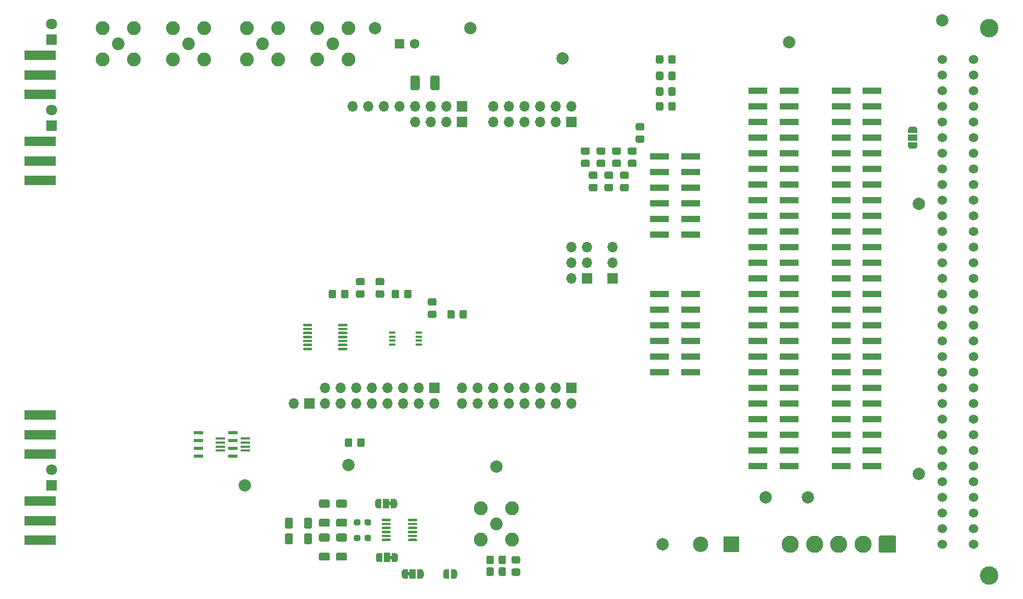
<source format=gts>
%TF.GenerationSoftware,KiCad,Pcbnew,5.1.10-88a1d61d58~88~ubuntu18.04.1*%
%TF.CreationDate,2022-02-07T17:49:34+01:00*%
%TF.ProjectId,FPGA_buffer_board,46504741-5f62-4756-9666-65725f626f61,v1.4*%
%TF.SameCoordinates,Original*%
%TF.FileFunction,Soldermask,Top*%
%TF.FilePolarity,Negative*%
%FSLAX46Y46*%
G04 Gerber Fmt 4.6, Leading zero omitted, Abs format (unit mm)*
G04 Created by KiCad (PCBNEW 5.1.10-88a1d61d58~88~ubuntu18.04.1) date 2022-02-07 17:49:34*
%MOMM*%
%LPD*%
G01*
G04 APERTURE LIST*
%ADD10O,1.700000X1.700000*%
%ADD11R,1.700000X1.700000*%
%ADD12C,0.100000*%
%ADD13R,3.150000X1.000000*%
%ADD14C,2.250000*%
%ADD15C,2.050000*%
%ADD16R,1.520000X0.600000*%
%ADD17R,1.524000X0.450000*%
%ADD18C,2.500000*%
%ADD19R,2.500000X2.500000*%
%ADD20C,1.600000*%
%ADD21R,1.600000X1.600000*%
%ADD22C,1.800000*%
%ADD23R,1.800000X1.800000*%
%ADD24C,2.000000*%
%ADD25R,1.000000X1.500000*%
%ADD26C,2.800000*%
%ADD27R,5.080000X1.500000*%
%ADD28R,1.500000X1.000000*%
%ADD29C,1.524000*%
%ADD30C,3.000000*%
%ADD31R,1.100000X0.400000*%
G04 APERTURE END LIST*
G36*
G01*
X189160999Y-73298000D02*
X190061001Y-73298000D01*
G75*
G02*
X190311000Y-73547999I0J-249999D01*
G01*
X190311000Y-74248001D01*
G75*
G02*
X190061001Y-74498000I-249999J0D01*
G01*
X189160999Y-74498000D01*
G75*
G02*
X188911000Y-74248001I0J249999D01*
G01*
X188911000Y-73547999D01*
G75*
G02*
X189160999Y-73298000I249999J0D01*
G01*
G37*
G36*
G01*
X189160999Y-71298000D02*
X190061001Y-71298000D01*
G75*
G02*
X190311000Y-71547999I0J-249999D01*
G01*
X190311000Y-72248001D01*
G75*
G02*
X190061001Y-72498000I-249999J0D01*
G01*
X189160999Y-72498000D01*
G75*
G02*
X188911000Y-72248001I0J249999D01*
G01*
X188911000Y-71547999D01*
G75*
G02*
X189160999Y-71298000I249999J0D01*
G01*
G37*
G36*
G01*
X193402000Y-60509999D02*
X193402000Y-61410001D01*
G75*
G02*
X193152001Y-61660000I-249999J0D01*
G01*
X192451999Y-61660000D01*
G75*
G02*
X192202000Y-61410001I0J249999D01*
G01*
X192202000Y-60509999D01*
G75*
G02*
X192451999Y-60260000I249999J0D01*
G01*
X193152001Y-60260000D01*
G75*
G02*
X193402000Y-60509999I0J-249999D01*
G01*
G37*
G36*
G01*
X195402000Y-60509999D02*
X195402000Y-61410001D01*
G75*
G02*
X195152001Y-61660000I-249999J0D01*
G01*
X194451999Y-61660000D01*
G75*
G02*
X194202000Y-61410001I0J249999D01*
G01*
X194202000Y-60509999D01*
G75*
G02*
X194451999Y-60260000I249999J0D01*
G01*
X195152001Y-60260000D01*
G75*
G02*
X195402000Y-60509999I0J-249999D01*
G01*
G37*
G36*
G01*
X193402000Y-63176999D02*
X193402000Y-64077001D01*
G75*
G02*
X193152001Y-64327000I-249999J0D01*
G01*
X192451999Y-64327000D01*
G75*
G02*
X192202000Y-64077001I0J249999D01*
G01*
X192202000Y-63176999D01*
G75*
G02*
X192451999Y-62927000I249999J0D01*
G01*
X193152001Y-62927000D01*
G75*
G02*
X193402000Y-63176999I0J-249999D01*
G01*
G37*
G36*
G01*
X195402000Y-63176999D02*
X195402000Y-64077001D01*
G75*
G02*
X195152001Y-64327000I-249999J0D01*
G01*
X194451999Y-64327000D01*
G75*
G02*
X194202000Y-64077001I0J249999D01*
G01*
X194202000Y-63176999D01*
G75*
G02*
X194451999Y-62927000I249999J0D01*
G01*
X195152001Y-62927000D01*
G75*
G02*
X195402000Y-63176999I0J-249999D01*
G01*
G37*
G36*
G01*
X193402000Y-65716999D02*
X193402000Y-66617001D01*
G75*
G02*
X193152001Y-66867000I-249999J0D01*
G01*
X192451999Y-66867000D01*
G75*
G02*
X192202000Y-66617001I0J249999D01*
G01*
X192202000Y-65716999D01*
G75*
G02*
X192451999Y-65467000I249999J0D01*
G01*
X193152001Y-65467000D01*
G75*
G02*
X193402000Y-65716999I0J-249999D01*
G01*
G37*
G36*
G01*
X195402000Y-65716999D02*
X195402000Y-66617001D01*
G75*
G02*
X195152001Y-66867000I-249999J0D01*
G01*
X194451999Y-66867000D01*
G75*
G02*
X194202000Y-66617001I0J249999D01*
G01*
X194202000Y-65716999D01*
G75*
G02*
X194451999Y-65467000I249999J0D01*
G01*
X195152001Y-65467000D01*
G75*
G02*
X195402000Y-65716999I0J-249999D01*
G01*
G37*
G36*
G01*
X193402000Y-68129999D02*
X193402000Y-69030001D01*
G75*
G02*
X193152001Y-69280000I-249999J0D01*
G01*
X192451999Y-69280000D01*
G75*
G02*
X192202000Y-69030001I0J249999D01*
G01*
X192202000Y-68129999D01*
G75*
G02*
X192451999Y-67880000I249999J0D01*
G01*
X193152001Y-67880000D01*
G75*
G02*
X193402000Y-68129999I0J-249999D01*
G01*
G37*
G36*
G01*
X195402000Y-68129999D02*
X195402000Y-69030001D01*
G75*
G02*
X195152001Y-69280000I-249999J0D01*
G01*
X194451999Y-69280000D01*
G75*
G02*
X194202000Y-69030001I0J249999D01*
G01*
X194202000Y-68129999D01*
G75*
G02*
X194451999Y-67880000I249999J0D01*
G01*
X195152001Y-67880000D01*
G75*
G02*
X195402000Y-68129999I0J-249999D01*
G01*
G37*
G36*
G01*
X180270999Y-77235000D02*
X181171001Y-77235000D01*
G75*
G02*
X181421000Y-77484999I0J-249999D01*
G01*
X181421000Y-78185001D01*
G75*
G02*
X181171001Y-78435000I-249999J0D01*
G01*
X180270999Y-78435000D01*
G75*
G02*
X180021000Y-78185001I0J249999D01*
G01*
X180021000Y-77484999D01*
G75*
G02*
X180270999Y-77235000I249999J0D01*
G01*
G37*
G36*
G01*
X180270999Y-75235000D02*
X181171001Y-75235000D01*
G75*
G02*
X181421000Y-75484999I0J-249999D01*
G01*
X181421000Y-76185001D01*
G75*
G02*
X181171001Y-76435000I-249999J0D01*
G01*
X180270999Y-76435000D01*
G75*
G02*
X180021000Y-76185001I0J249999D01*
G01*
X180021000Y-75484999D01*
G75*
G02*
X180270999Y-75235000I249999J0D01*
G01*
G37*
G36*
G01*
X181540999Y-81172000D02*
X182441001Y-81172000D01*
G75*
G02*
X182691000Y-81421999I0J-249999D01*
G01*
X182691000Y-82122001D01*
G75*
G02*
X182441001Y-82372000I-249999J0D01*
G01*
X181540999Y-82372000D01*
G75*
G02*
X181291000Y-82122001I0J249999D01*
G01*
X181291000Y-81421999D01*
G75*
G02*
X181540999Y-81172000I249999J0D01*
G01*
G37*
G36*
G01*
X181540999Y-79172000D02*
X182441001Y-79172000D01*
G75*
G02*
X182691000Y-79421999I0J-249999D01*
G01*
X182691000Y-80122001D01*
G75*
G02*
X182441001Y-80372000I-249999J0D01*
G01*
X181540999Y-80372000D01*
G75*
G02*
X181291000Y-80122001I0J249999D01*
G01*
X181291000Y-79421999D01*
G75*
G02*
X181540999Y-79172000I249999J0D01*
G01*
G37*
G36*
G01*
X182810999Y-77235000D02*
X183711001Y-77235000D01*
G75*
G02*
X183961000Y-77484999I0J-249999D01*
G01*
X183961000Y-78185001D01*
G75*
G02*
X183711001Y-78435000I-249999J0D01*
G01*
X182810999Y-78435000D01*
G75*
G02*
X182561000Y-78185001I0J249999D01*
G01*
X182561000Y-77484999D01*
G75*
G02*
X182810999Y-77235000I249999J0D01*
G01*
G37*
G36*
G01*
X182810999Y-75235000D02*
X183711001Y-75235000D01*
G75*
G02*
X183961000Y-75484999I0J-249999D01*
G01*
X183961000Y-76185001D01*
G75*
G02*
X183711001Y-76435000I-249999J0D01*
G01*
X182810999Y-76435000D01*
G75*
G02*
X182561000Y-76185001I0J249999D01*
G01*
X182561000Y-75484999D01*
G75*
G02*
X182810999Y-75235000I249999J0D01*
G01*
G37*
G36*
G01*
X184080999Y-81172000D02*
X184981001Y-81172000D01*
G75*
G02*
X185231000Y-81421999I0J-249999D01*
G01*
X185231000Y-82122001D01*
G75*
G02*
X184981001Y-82372000I-249999J0D01*
G01*
X184080999Y-82372000D01*
G75*
G02*
X183831000Y-82122001I0J249999D01*
G01*
X183831000Y-81421999D01*
G75*
G02*
X184080999Y-81172000I249999J0D01*
G01*
G37*
G36*
G01*
X184080999Y-79172000D02*
X184981001Y-79172000D01*
G75*
G02*
X185231000Y-79421999I0J-249999D01*
G01*
X185231000Y-80122001D01*
G75*
G02*
X184981001Y-80372000I-249999J0D01*
G01*
X184080999Y-80372000D01*
G75*
G02*
X183831000Y-80122001I0J249999D01*
G01*
X183831000Y-79421999D01*
G75*
G02*
X184080999Y-79172000I249999J0D01*
G01*
G37*
G36*
G01*
X185350999Y-77235000D02*
X186251001Y-77235000D01*
G75*
G02*
X186501000Y-77484999I0J-249999D01*
G01*
X186501000Y-78185001D01*
G75*
G02*
X186251001Y-78435000I-249999J0D01*
G01*
X185350999Y-78435000D01*
G75*
G02*
X185101000Y-78185001I0J249999D01*
G01*
X185101000Y-77484999D01*
G75*
G02*
X185350999Y-77235000I249999J0D01*
G01*
G37*
G36*
G01*
X185350999Y-75235000D02*
X186251001Y-75235000D01*
G75*
G02*
X186501000Y-75484999I0J-249999D01*
G01*
X186501000Y-76185001D01*
G75*
G02*
X186251001Y-76435000I-249999J0D01*
G01*
X185350999Y-76435000D01*
G75*
G02*
X185101000Y-76185001I0J249999D01*
G01*
X185101000Y-75484999D01*
G75*
G02*
X185350999Y-75235000I249999J0D01*
G01*
G37*
G36*
G01*
X186620999Y-81172000D02*
X187521001Y-81172000D01*
G75*
G02*
X187771000Y-81421999I0J-249999D01*
G01*
X187771000Y-82122001D01*
G75*
G02*
X187521001Y-82372000I-249999J0D01*
G01*
X186620999Y-82372000D01*
G75*
G02*
X186371000Y-82122001I0J249999D01*
G01*
X186371000Y-81421999D01*
G75*
G02*
X186620999Y-81172000I249999J0D01*
G01*
G37*
G36*
G01*
X186620999Y-79172000D02*
X187521001Y-79172000D01*
G75*
G02*
X187771000Y-79421999I0J-249999D01*
G01*
X187771000Y-80122001D01*
G75*
G02*
X187521001Y-80372000I-249999J0D01*
G01*
X186620999Y-80372000D01*
G75*
G02*
X186371000Y-80122001I0J249999D01*
G01*
X186371000Y-79421999D01*
G75*
G02*
X186620999Y-79172000I249999J0D01*
G01*
G37*
G36*
G01*
X187890999Y-77235000D02*
X188791001Y-77235000D01*
G75*
G02*
X189041000Y-77484999I0J-249999D01*
G01*
X189041000Y-78185001D01*
G75*
G02*
X188791001Y-78435000I-249999J0D01*
G01*
X187890999Y-78435000D01*
G75*
G02*
X187641000Y-78185001I0J249999D01*
G01*
X187641000Y-77484999D01*
G75*
G02*
X187890999Y-77235000I249999J0D01*
G01*
G37*
G36*
G01*
X187890999Y-75235000D02*
X188791001Y-75235000D01*
G75*
G02*
X189041000Y-75484999I0J-249999D01*
G01*
X189041000Y-76185001D01*
G75*
G02*
X188791001Y-76435000I-249999J0D01*
G01*
X187890999Y-76435000D01*
G75*
G02*
X187641000Y-76185001I0J249999D01*
G01*
X187641000Y-75484999D01*
G75*
G02*
X187890999Y-75235000I249999J0D01*
G01*
G37*
G36*
G01*
X169868001Y-142840000D02*
X168967999Y-142840000D01*
G75*
G02*
X168718000Y-142590001I0J249999D01*
G01*
X168718000Y-141889999D01*
G75*
G02*
X168967999Y-141640000I249999J0D01*
G01*
X169868001Y-141640000D01*
G75*
G02*
X170118000Y-141889999I0J-249999D01*
G01*
X170118000Y-142590001D01*
G75*
G02*
X169868001Y-142840000I-249999J0D01*
G01*
G37*
G36*
G01*
X169868001Y-144840000D02*
X168967999Y-144840000D01*
G75*
G02*
X168718000Y-144590001I0J249999D01*
G01*
X168718000Y-143889999D01*
G75*
G02*
X168967999Y-143640000I249999J0D01*
G01*
X169868001Y-143640000D01*
G75*
G02*
X170118000Y-143889999I0J-249999D01*
G01*
X170118000Y-144590001D01*
G75*
G02*
X169868001Y-144840000I-249999J0D01*
G01*
G37*
D10*
X178435000Y-91440000D03*
X180975000Y-91440000D03*
X178435000Y-93980000D03*
X180975000Y-93980000D03*
X178435000Y-96520000D03*
D11*
X180975000Y-96520000D03*
G36*
G01*
X166627000Y-144595001D02*
X166627000Y-143694999D01*
G75*
G02*
X166876999Y-143445000I249999J0D01*
G01*
X167577001Y-143445000D01*
G75*
G02*
X167827000Y-143694999I0J-249999D01*
G01*
X167827000Y-144595001D01*
G75*
G02*
X167577001Y-144845000I-249999J0D01*
G01*
X166876999Y-144845000D01*
G75*
G02*
X166627000Y-144595001I0J249999D01*
G01*
G37*
G36*
G01*
X164627000Y-144595001D02*
X164627000Y-143694999D01*
G75*
G02*
X164876999Y-143445000I249999J0D01*
G01*
X165577001Y-143445000D01*
G75*
G02*
X165827000Y-143694999I0J-249999D01*
G01*
X165827000Y-144595001D01*
G75*
G02*
X165577001Y-144845000I-249999J0D01*
G01*
X164876999Y-144845000D01*
G75*
G02*
X164627000Y-144595001I0J249999D01*
G01*
G37*
G36*
G01*
X166627000Y-142690001D02*
X166627000Y-141789999D01*
G75*
G02*
X166876999Y-141540000I249999J0D01*
G01*
X167577001Y-141540000D01*
G75*
G02*
X167827000Y-141789999I0J-249999D01*
G01*
X167827000Y-142690001D01*
G75*
G02*
X167577001Y-142940000I-249999J0D01*
G01*
X166876999Y-142940000D01*
G75*
G02*
X166627000Y-142690001I0J249999D01*
G01*
G37*
G36*
G01*
X164627000Y-142690001D02*
X164627000Y-141789999D01*
G75*
G02*
X164876999Y-141540000I249999J0D01*
G01*
X165577001Y-141540000D01*
G75*
G02*
X165827000Y-141789999I0J-249999D01*
G01*
X165827000Y-142690001D01*
G75*
G02*
X165577001Y-142940000I-249999J0D01*
G01*
X164876999Y-142940000D01*
G75*
G02*
X164627000Y-142690001I0J249999D01*
G01*
G37*
D12*
G36*
X158085000Y-145275398D02*
G01*
X158060466Y-145275398D01*
X158011635Y-145270588D01*
X157963510Y-145261016D01*
X157916555Y-145246772D01*
X157871222Y-145227995D01*
X157827949Y-145204864D01*
X157787150Y-145177604D01*
X157749221Y-145146476D01*
X157714524Y-145111779D01*
X157683396Y-145073850D01*
X157656136Y-145033051D01*
X157633005Y-144989778D01*
X157614228Y-144944445D01*
X157599984Y-144897490D01*
X157590412Y-144849365D01*
X157585602Y-144800534D01*
X157585602Y-144776000D01*
X157585000Y-144776000D01*
X157585000Y-144276000D01*
X157585602Y-144276000D01*
X157585602Y-144251466D01*
X157590412Y-144202635D01*
X157599984Y-144154510D01*
X157614228Y-144107555D01*
X157633005Y-144062222D01*
X157656136Y-144018949D01*
X157683396Y-143978150D01*
X157714524Y-143940221D01*
X157749221Y-143905524D01*
X157787150Y-143874396D01*
X157827949Y-143847136D01*
X157871222Y-143824005D01*
X157916555Y-143805228D01*
X157963510Y-143790984D01*
X158011635Y-143781412D01*
X158060466Y-143776602D01*
X158085000Y-143776602D01*
X158085000Y-143776000D01*
X158585000Y-143776000D01*
X158585000Y-145276000D01*
X158085000Y-145276000D01*
X158085000Y-145275398D01*
G37*
G36*
X158885000Y-143776000D02*
G01*
X159385000Y-143776000D01*
X159385000Y-143776602D01*
X159409534Y-143776602D01*
X159458365Y-143781412D01*
X159506490Y-143790984D01*
X159553445Y-143805228D01*
X159598778Y-143824005D01*
X159642051Y-143847136D01*
X159682850Y-143874396D01*
X159720779Y-143905524D01*
X159755476Y-143940221D01*
X159786604Y-143978150D01*
X159813864Y-144018949D01*
X159836995Y-144062222D01*
X159855772Y-144107555D01*
X159870016Y-144154510D01*
X159879588Y-144202635D01*
X159884398Y-144251466D01*
X159884398Y-144276000D01*
X159885000Y-144276000D01*
X159885000Y-144776000D01*
X159884398Y-144776000D01*
X159884398Y-144800534D01*
X159879588Y-144849365D01*
X159870016Y-144897490D01*
X159855772Y-144944445D01*
X159836995Y-144989778D01*
X159813864Y-145033051D01*
X159786604Y-145073850D01*
X159755476Y-145111779D01*
X159720779Y-145146476D01*
X159682850Y-145177604D01*
X159642051Y-145204864D01*
X159598778Y-145227995D01*
X159553445Y-145246772D01*
X159506490Y-145261016D01*
X159458365Y-145270588D01*
X159409534Y-145275398D01*
X159385000Y-145275398D01*
X159385000Y-145276000D01*
X158885000Y-145276000D01*
X158885000Y-143776000D01*
G37*
D13*
X192786000Y-99060000D03*
X197836000Y-99060000D03*
X192786000Y-101600000D03*
X197836000Y-101600000D03*
X192786000Y-104140000D03*
X197836000Y-104140000D03*
X192786000Y-106680000D03*
X197836000Y-106680000D03*
X192786000Y-109220000D03*
X197836000Y-109220000D03*
X192786000Y-111760000D03*
X197836000Y-111760000D03*
G36*
G01*
X151911000Y-135863000D02*
X151911000Y-135663000D01*
G75*
G02*
X152011000Y-135563000I100000J0D01*
G01*
X153261000Y-135563000D01*
G75*
G02*
X153361000Y-135663000I0J-100000D01*
G01*
X153361000Y-135863000D01*
G75*
G02*
X153261000Y-135963000I-100000J0D01*
G01*
X152011000Y-135963000D01*
G75*
G02*
X151911000Y-135863000I0J100000D01*
G01*
G37*
G36*
G01*
X151911000Y-136513000D02*
X151911000Y-136313000D01*
G75*
G02*
X152011000Y-136213000I100000J0D01*
G01*
X153261000Y-136213000D01*
G75*
G02*
X153361000Y-136313000I0J-100000D01*
G01*
X153361000Y-136513000D01*
G75*
G02*
X153261000Y-136613000I-100000J0D01*
G01*
X152011000Y-136613000D01*
G75*
G02*
X151911000Y-136513000I0J100000D01*
G01*
G37*
G36*
G01*
X151911000Y-137163000D02*
X151911000Y-136963000D01*
G75*
G02*
X152011000Y-136863000I100000J0D01*
G01*
X153261000Y-136863000D01*
G75*
G02*
X153361000Y-136963000I0J-100000D01*
G01*
X153361000Y-137163000D01*
G75*
G02*
X153261000Y-137263000I-100000J0D01*
G01*
X152011000Y-137263000D01*
G75*
G02*
X151911000Y-137163000I0J100000D01*
G01*
G37*
G36*
G01*
X151911000Y-137813000D02*
X151911000Y-137613000D01*
G75*
G02*
X152011000Y-137513000I100000J0D01*
G01*
X153261000Y-137513000D01*
G75*
G02*
X153361000Y-137613000I0J-100000D01*
G01*
X153361000Y-137813000D01*
G75*
G02*
X153261000Y-137913000I-100000J0D01*
G01*
X152011000Y-137913000D01*
G75*
G02*
X151911000Y-137813000I0J100000D01*
G01*
G37*
G36*
G01*
X151911000Y-138463000D02*
X151911000Y-138263000D01*
G75*
G02*
X152011000Y-138163000I100000J0D01*
G01*
X153261000Y-138163000D01*
G75*
G02*
X153361000Y-138263000I0J-100000D01*
G01*
X153361000Y-138463000D01*
G75*
G02*
X153261000Y-138563000I-100000J0D01*
G01*
X152011000Y-138563000D01*
G75*
G02*
X151911000Y-138463000I0J100000D01*
G01*
G37*
G36*
G01*
X151911000Y-139113000D02*
X151911000Y-138913000D01*
G75*
G02*
X152011000Y-138813000I100000J0D01*
G01*
X153261000Y-138813000D01*
G75*
G02*
X153361000Y-138913000I0J-100000D01*
G01*
X153361000Y-139113000D01*
G75*
G02*
X153261000Y-139213000I-100000J0D01*
G01*
X152011000Y-139213000D01*
G75*
G02*
X151911000Y-139113000I0J100000D01*
G01*
G37*
G36*
G01*
X147611000Y-139113000D02*
X147611000Y-138913000D01*
G75*
G02*
X147711000Y-138813000I100000J0D01*
G01*
X148961000Y-138813000D01*
G75*
G02*
X149061000Y-138913000I0J-100000D01*
G01*
X149061000Y-139113000D01*
G75*
G02*
X148961000Y-139213000I-100000J0D01*
G01*
X147711000Y-139213000D01*
G75*
G02*
X147611000Y-139113000I0J100000D01*
G01*
G37*
G36*
G01*
X147611000Y-138463000D02*
X147611000Y-138263000D01*
G75*
G02*
X147711000Y-138163000I100000J0D01*
G01*
X148961000Y-138163000D01*
G75*
G02*
X149061000Y-138263000I0J-100000D01*
G01*
X149061000Y-138463000D01*
G75*
G02*
X148961000Y-138563000I-100000J0D01*
G01*
X147711000Y-138563000D01*
G75*
G02*
X147611000Y-138463000I0J100000D01*
G01*
G37*
G36*
G01*
X147611000Y-137813000D02*
X147611000Y-137613000D01*
G75*
G02*
X147711000Y-137513000I100000J0D01*
G01*
X148961000Y-137513000D01*
G75*
G02*
X149061000Y-137613000I0J-100000D01*
G01*
X149061000Y-137813000D01*
G75*
G02*
X148961000Y-137913000I-100000J0D01*
G01*
X147711000Y-137913000D01*
G75*
G02*
X147611000Y-137813000I0J100000D01*
G01*
G37*
G36*
G01*
X147611000Y-137163000D02*
X147611000Y-136963000D01*
G75*
G02*
X147711000Y-136863000I100000J0D01*
G01*
X148961000Y-136863000D01*
G75*
G02*
X149061000Y-136963000I0J-100000D01*
G01*
X149061000Y-137163000D01*
G75*
G02*
X148961000Y-137263000I-100000J0D01*
G01*
X147711000Y-137263000D01*
G75*
G02*
X147611000Y-137163000I0J100000D01*
G01*
G37*
G36*
G01*
X147611000Y-136513000D02*
X147611000Y-136313000D01*
G75*
G02*
X147711000Y-136213000I100000J0D01*
G01*
X148961000Y-136213000D01*
G75*
G02*
X149061000Y-136313000I0J-100000D01*
G01*
X149061000Y-136513000D01*
G75*
G02*
X148961000Y-136613000I-100000J0D01*
G01*
X147711000Y-136613000D01*
G75*
G02*
X147611000Y-136513000I0J100000D01*
G01*
G37*
G36*
G01*
X147611000Y-135863000D02*
X147611000Y-135663000D01*
G75*
G02*
X147711000Y-135563000I100000J0D01*
G01*
X148961000Y-135563000D01*
G75*
G02*
X149061000Y-135663000I0J-100000D01*
G01*
X149061000Y-135863000D01*
G75*
G02*
X148961000Y-135963000I-100000J0D01*
G01*
X147711000Y-135963000D01*
G75*
G02*
X147611000Y-135863000I0J100000D01*
G01*
G37*
G36*
G01*
X144174500Y-138446500D02*
X144174500Y-138921500D01*
G75*
G02*
X143937000Y-139159000I-237500J0D01*
G01*
X143337000Y-139159000D01*
G75*
G02*
X143099500Y-138921500I0J237500D01*
G01*
X143099500Y-138446500D01*
G75*
G02*
X143337000Y-138209000I237500J0D01*
G01*
X143937000Y-138209000D01*
G75*
G02*
X144174500Y-138446500I0J-237500D01*
G01*
G37*
G36*
G01*
X145899500Y-138446500D02*
X145899500Y-138921500D01*
G75*
G02*
X145662000Y-139159000I-237500J0D01*
G01*
X145062000Y-139159000D01*
G75*
G02*
X144824500Y-138921500I0J237500D01*
G01*
X144824500Y-138446500D01*
G75*
G02*
X145062000Y-138209000I237500J0D01*
G01*
X145662000Y-138209000D01*
G75*
G02*
X145899500Y-138446500I0J-237500D01*
G01*
G37*
D14*
X163703000Y-138938000D03*
X163703000Y-133858000D03*
X168783000Y-133858000D03*
X168783000Y-138938000D03*
D15*
X166243000Y-136398000D03*
D16*
X123444000Y-121625000D03*
X123444000Y-122895000D03*
X123444000Y-124165000D03*
X123444000Y-125435000D03*
X117856000Y-125435000D03*
X117856000Y-124165000D03*
X117856000Y-121625000D03*
X117856000Y-122895000D03*
D17*
X125476000Y-124505000D03*
X125476000Y-123855000D03*
X125476000Y-123205000D03*
X125476000Y-122555000D03*
X121412000Y-123855000D03*
X121412000Y-123205000D03*
X121412000Y-124505000D03*
X121412000Y-122555000D03*
D18*
X199470000Y-139700000D03*
D19*
X204470000Y-139700000D03*
D20*
X152995000Y-58420000D03*
D21*
X150495000Y-58420000D03*
D22*
X93980000Y-127635000D03*
D23*
X93980000Y-130175000D03*
D22*
X93980000Y-69215000D03*
D23*
X93980000Y-71755000D03*
D22*
X93980000Y-55245000D03*
D23*
X93980000Y-57785000D03*
D24*
X210058000Y-132080000D03*
X213868000Y-58166000D03*
X177038000Y-60833000D03*
X146558000Y-55880000D03*
D10*
X165735000Y-68580000D03*
X165735000Y-71120000D03*
X168275000Y-68580000D03*
X168275000Y-71120000D03*
X170815000Y-68580000D03*
X170815000Y-71120000D03*
X173355000Y-68580000D03*
X173355000Y-71120000D03*
X175895000Y-68580000D03*
X175895000Y-71120000D03*
X178435000Y-68580000D03*
D11*
X178435000Y-71120000D03*
D13*
X197836000Y-89408000D03*
X192786000Y-89408000D03*
X197836000Y-86868000D03*
X192786000Y-86868000D03*
X197836000Y-84328000D03*
X192786000Y-84328000D03*
X197836000Y-81788000D03*
X192786000Y-81788000D03*
X197836000Y-79248000D03*
X192786000Y-79248000D03*
X197836000Y-76708000D03*
X192786000Y-76708000D03*
D12*
G36*
X149086000Y-133396000D02*
G01*
X148736000Y-133396000D01*
X148736000Y-132796000D01*
X149086000Y-132796000D01*
X149086000Y-132346000D01*
X149636000Y-132346000D01*
X149636000Y-132346602D01*
X149660534Y-132346602D01*
X149709365Y-132351412D01*
X149757490Y-132360984D01*
X149804445Y-132375228D01*
X149849778Y-132394005D01*
X149893051Y-132417136D01*
X149933850Y-132444396D01*
X149971779Y-132475524D01*
X150006476Y-132510221D01*
X150037604Y-132548150D01*
X150064864Y-132588949D01*
X150087995Y-132632222D01*
X150106772Y-132677555D01*
X150121016Y-132724510D01*
X150130588Y-132772635D01*
X150135398Y-132821466D01*
X150135398Y-132846000D01*
X150136000Y-132846000D01*
X150136000Y-133346000D01*
X150135398Y-133346000D01*
X150135398Y-133370534D01*
X150130588Y-133419365D01*
X150121016Y-133467490D01*
X150106772Y-133514445D01*
X150087995Y-133559778D01*
X150064864Y-133603051D01*
X150037604Y-133643850D01*
X150006476Y-133681779D01*
X149971779Y-133716476D01*
X149933850Y-133747604D01*
X149893051Y-133774864D01*
X149849778Y-133797995D01*
X149804445Y-133816772D01*
X149757490Y-133831016D01*
X149709365Y-133840588D01*
X149660534Y-133845398D01*
X149636000Y-133845398D01*
X149636000Y-133846000D01*
X149086000Y-133846000D01*
X149086000Y-133396000D01*
G37*
G36*
X147036000Y-133845398D02*
G01*
X147011466Y-133845398D01*
X146962635Y-133840588D01*
X146914510Y-133831016D01*
X146867555Y-133816772D01*
X146822222Y-133797995D01*
X146778949Y-133774864D01*
X146738150Y-133747604D01*
X146700221Y-133716476D01*
X146665524Y-133681779D01*
X146634396Y-133643850D01*
X146607136Y-133603051D01*
X146584005Y-133559778D01*
X146565228Y-133514445D01*
X146550984Y-133467490D01*
X146541412Y-133419365D01*
X146536602Y-133370534D01*
X146536602Y-133346000D01*
X146536000Y-133346000D01*
X146536000Y-132846000D01*
X146536602Y-132846000D01*
X146536602Y-132821466D01*
X146541412Y-132772635D01*
X146550984Y-132724510D01*
X146565228Y-132677555D01*
X146584005Y-132632222D01*
X146607136Y-132588949D01*
X146634396Y-132548150D01*
X146665524Y-132510221D01*
X146700221Y-132475524D01*
X146738150Y-132444396D01*
X146778949Y-132417136D01*
X146822222Y-132394005D01*
X146867555Y-132375228D01*
X146914510Y-132360984D01*
X146962635Y-132351412D01*
X147011466Y-132346602D01*
X147036000Y-132346602D01*
X147036000Y-132346000D01*
X147586000Y-132346000D01*
X147586000Y-133846000D01*
X147036000Y-133846000D01*
X147036000Y-133845398D01*
G37*
D25*
X148336000Y-133096000D03*
X148463000Y-141859000D03*
D12*
G36*
X147163000Y-142608398D02*
G01*
X147138466Y-142608398D01*
X147089635Y-142603588D01*
X147041510Y-142594016D01*
X146994555Y-142579772D01*
X146949222Y-142560995D01*
X146905949Y-142537864D01*
X146865150Y-142510604D01*
X146827221Y-142479476D01*
X146792524Y-142444779D01*
X146761396Y-142406850D01*
X146734136Y-142366051D01*
X146711005Y-142322778D01*
X146692228Y-142277445D01*
X146677984Y-142230490D01*
X146668412Y-142182365D01*
X146663602Y-142133534D01*
X146663602Y-142109000D01*
X146663000Y-142109000D01*
X146663000Y-141609000D01*
X146663602Y-141609000D01*
X146663602Y-141584466D01*
X146668412Y-141535635D01*
X146677984Y-141487510D01*
X146692228Y-141440555D01*
X146711005Y-141395222D01*
X146734136Y-141351949D01*
X146761396Y-141311150D01*
X146792524Y-141273221D01*
X146827221Y-141238524D01*
X146865150Y-141207396D01*
X146905949Y-141180136D01*
X146949222Y-141157005D01*
X146994555Y-141138228D01*
X147041510Y-141123984D01*
X147089635Y-141114412D01*
X147138466Y-141109602D01*
X147163000Y-141109602D01*
X147163000Y-141109000D01*
X147713000Y-141109000D01*
X147713000Y-142609000D01*
X147163000Y-142609000D01*
X147163000Y-142608398D01*
G37*
G36*
X149213000Y-142159000D02*
G01*
X148863000Y-142159000D01*
X148863000Y-141559000D01*
X149213000Y-141559000D01*
X149213000Y-141109000D01*
X149763000Y-141109000D01*
X149763000Y-141109602D01*
X149787534Y-141109602D01*
X149836365Y-141114412D01*
X149884490Y-141123984D01*
X149931445Y-141138228D01*
X149976778Y-141157005D01*
X150020051Y-141180136D01*
X150060850Y-141207396D01*
X150098779Y-141238524D01*
X150133476Y-141273221D01*
X150164604Y-141311150D01*
X150191864Y-141351949D01*
X150214995Y-141395222D01*
X150233772Y-141440555D01*
X150248016Y-141487510D01*
X150257588Y-141535635D01*
X150262398Y-141584466D01*
X150262398Y-141609000D01*
X150263000Y-141609000D01*
X150263000Y-142109000D01*
X150262398Y-142109000D01*
X150262398Y-142133534D01*
X150257588Y-142182365D01*
X150248016Y-142230490D01*
X150233772Y-142277445D01*
X150214995Y-142322778D01*
X150191864Y-142366051D01*
X150164604Y-142406850D01*
X150133476Y-142444779D01*
X150098779Y-142479476D01*
X150060850Y-142510604D01*
X150020051Y-142537864D01*
X149976778Y-142560995D01*
X149931445Y-142579772D01*
X149884490Y-142594016D01*
X149836365Y-142603588D01*
X149787534Y-142608398D01*
X149763000Y-142608398D01*
X149763000Y-142609000D01*
X149213000Y-142609000D01*
X149213000Y-142159000D01*
G37*
G36*
X151904000Y-144226000D02*
G01*
X152254000Y-144226000D01*
X152254000Y-144826000D01*
X151904000Y-144826000D01*
X151904000Y-145276000D01*
X151354000Y-145276000D01*
X151354000Y-145275398D01*
X151329466Y-145275398D01*
X151280635Y-145270588D01*
X151232510Y-145261016D01*
X151185555Y-145246772D01*
X151140222Y-145227995D01*
X151096949Y-145204864D01*
X151056150Y-145177604D01*
X151018221Y-145146476D01*
X150983524Y-145111779D01*
X150952396Y-145073850D01*
X150925136Y-145033051D01*
X150902005Y-144989778D01*
X150883228Y-144944445D01*
X150868984Y-144897490D01*
X150859412Y-144849365D01*
X150854602Y-144800534D01*
X150854602Y-144776000D01*
X150854000Y-144776000D01*
X150854000Y-144276000D01*
X150854602Y-144276000D01*
X150854602Y-144251466D01*
X150859412Y-144202635D01*
X150868984Y-144154510D01*
X150883228Y-144107555D01*
X150902005Y-144062222D01*
X150925136Y-144018949D01*
X150952396Y-143978150D01*
X150983524Y-143940221D01*
X151018221Y-143905524D01*
X151056150Y-143874396D01*
X151096949Y-143847136D01*
X151140222Y-143824005D01*
X151185555Y-143805228D01*
X151232510Y-143790984D01*
X151280635Y-143781412D01*
X151329466Y-143776602D01*
X151354000Y-143776602D01*
X151354000Y-143776000D01*
X151904000Y-143776000D01*
X151904000Y-144226000D01*
G37*
G36*
X153954000Y-143776602D02*
G01*
X153978534Y-143776602D01*
X154027365Y-143781412D01*
X154075490Y-143790984D01*
X154122445Y-143805228D01*
X154167778Y-143824005D01*
X154211051Y-143847136D01*
X154251850Y-143874396D01*
X154289779Y-143905524D01*
X154324476Y-143940221D01*
X154355604Y-143978150D01*
X154382864Y-144018949D01*
X154405995Y-144062222D01*
X154424772Y-144107555D01*
X154439016Y-144154510D01*
X154448588Y-144202635D01*
X154453398Y-144251466D01*
X154453398Y-144276000D01*
X154454000Y-144276000D01*
X154454000Y-144776000D01*
X154453398Y-144776000D01*
X154453398Y-144800534D01*
X154448588Y-144849365D01*
X154439016Y-144897490D01*
X154424772Y-144944445D01*
X154405995Y-144989778D01*
X154382864Y-145033051D01*
X154355604Y-145073850D01*
X154324476Y-145111779D01*
X154289779Y-145146476D01*
X154251850Y-145177604D01*
X154211051Y-145204864D01*
X154167778Y-145227995D01*
X154122445Y-145246772D01*
X154075490Y-145261016D01*
X154027365Y-145270588D01*
X153978534Y-145275398D01*
X153954000Y-145275398D01*
X153954000Y-145276000D01*
X153404000Y-145276000D01*
X153404000Y-143776000D01*
X153954000Y-143776000D01*
X153954000Y-143776602D01*
G37*
D25*
X152654000Y-144526000D03*
D11*
X185166000Y-96520000D03*
D10*
X185166000Y-93980000D03*
X185166000Y-91440000D03*
G36*
G01*
X152285000Y-65695000D02*
X152285000Y-63845000D01*
G75*
G02*
X152535000Y-63595000I250000J0D01*
G01*
X153535000Y-63595000D01*
G75*
G02*
X153785000Y-63845000I0J-250000D01*
G01*
X153785000Y-65695000D01*
G75*
G02*
X153535000Y-65945000I-250000J0D01*
G01*
X152535000Y-65945000D01*
G75*
G02*
X152285000Y-65695000I0J250000D01*
G01*
G37*
G36*
G01*
X155535000Y-65695000D02*
X155535000Y-63845000D01*
G75*
G02*
X155785000Y-63595000I250000J0D01*
G01*
X156785000Y-63595000D01*
G75*
G02*
X157035000Y-63845000I0J-250000D01*
G01*
X157035000Y-65695000D01*
G75*
G02*
X156785000Y-65945000I-250000J0D01*
G01*
X155785000Y-65945000D01*
G75*
G02*
X155535000Y-65695000I0J250000D01*
G01*
G37*
G36*
G01*
X231235000Y-138560400D02*
X231235000Y-140839600D01*
G75*
G02*
X230974600Y-141100000I-260400J0D01*
G01*
X228695400Y-141100000D01*
G75*
G02*
X228435000Y-140839600I0J260400D01*
G01*
X228435000Y-138560400D01*
G75*
G02*
X228695400Y-138300000I260400J0D01*
G01*
X230974600Y-138300000D01*
G75*
G02*
X231235000Y-138560400I0J-260400D01*
G01*
G37*
D26*
X225875000Y-139700000D03*
X221915000Y-139700000D03*
X217955000Y-139700000D03*
X213995000Y-139700000D03*
D27*
X92075000Y-132715000D03*
X92075000Y-139065000D03*
X92075000Y-135890000D03*
X92075000Y-121920000D03*
X92075000Y-125095000D03*
X92075000Y-118745000D03*
D12*
G36*
X233184602Y-72360000D02*
G01*
X233184602Y-72335466D01*
X233189412Y-72286635D01*
X233198984Y-72238510D01*
X233213228Y-72191555D01*
X233232005Y-72146222D01*
X233255136Y-72102949D01*
X233282396Y-72062150D01*
X233313524Y-72024221D01*
X233348221Y-71989524D01*
X233386150Y-71958396D01*
X233426949Y-71931136D01*
X233470222Y-71908005D01*
X233515555Y-71889228D01*
X233562510Y-71874984D01*
X233610635Y-71865412D01*
X233659466Y-71860602D01*
X233684000Y-71860602D01*
X233684000Y-71860000D01*
X234184000Y-71860000D01*
X234184000Y-71860602D01*
X234208534Y-71860602D01*
X234257365Y-71865412D01*
X234305490Y-71874984D01*
X234352445Y-71889228D01*
X234397778Y-71908005D01*
X234441051Y-71931136D01*
X234481850Y-71958396D01*
X234519779Y-71989524D01*
X234554476Y-72024221D01*
X234585604Y-72062150D01*
X234612864Y-72102949D01*
X234635995Y-72146222D01*
X234654772Y-72191555D01*
X234669016Y-72238510D01*
X234678588Y-72286635D01*
X234683398Y-72335466D01*
X234683398Y-72360000D01*
X234684000Y-72360000D01*
X234684000Y-72910000D01*
X233184000Y-72910000D01*
X233184000Y-72360000D01*
X233184602Y-72360000D01*
G37*
D28*
X233934000Y-73660000D03*
D12*
G36*
X234684000Y-74410000D02*
G01*
X234684000Y-74960000D01*
X234683398Y-74960000D01*
X234683398Y-74984534D01*
X234678588Y-75033365D01*
X234669016Y-75081490D01*
X234654772Y-75128445D01*
X234635995Y-75173778D01*
X234612864Y-75217051D01*
X234585604Y-75257850D01*
X234554476Y-75295779D01*
X234519779Y-75330476D01*
X234481850Y-75361604D01*
X234441051Y-75388864D01*
X234397778Y-75411995D01*
X234352445Y-75430772D01*
X234305490Y-75445016D01*
X234257365Y-75454588D01*
X234208534Y-75459398D01*
X234184000Y-75459398D01*
X234184000Y-75460000D01*
X233684000Y-75460000D01*
X233684000Y-75459398D01*
X233659466Y-75459398D01*
X233610635Y-75454588D01*
X233562510Y-75445016D01*
X233515555Y-75430772D01*
X233470222Y-75411995D01*
X233426949Y-75388864D01*
X233386150Y-75361604D01*
X233348221Y-75330476D01*
X233313524Y-75295779D01*
X233282396Y-75257850D01*
X233255136Y-75217051D01*
X233232005Y-75173778D01*
X233213228Y-75128445D01*
X233198984Y-75081490D01*
X233189412Y-75033365D01*
X233184602Y-74984534D01*
X233184602Y-74960000D01*
X233184000Y-74960000D01*
X233184000Y-74410000D01*
X234684000Y-74410000D01*
G37*
G36*
G01*
X145899500Y-135906500D02*
X145899500Y-136381500D01*
G75*
G02*
X145662000Y-136619000I-237500J0D01*
G01*
X145062000Y-136619000D01*
G75*
G02*
X144824500Y-136381500I0J237500D01*
G01*
X144824500Y-135906500D01*
G75*
G02*
X145062000Y-135669000I237500J0D01*
G01*
X145662000Y-135669000D01*
G75*
G02*
X145899500Y-135906500I0J-237500D01*
G01*
G37*
G36*
G01*
X144174500Y-135906500D02*
X144174500Y-136381500D01*
G75*
G02*
X143937000Y-136619000I-237500J0D01*
G01*
X143337000Y-136619000D01*
G75*
G02*
X143099500Y-136381500I0J237500D01*
G01*
X143099500Y-135906500D01*
G75*
G02*
X143337000Y-135669000I237500J0D01*
G01*
X143937000Y-135669000D01*
G75*
G02*
X144174500Y-135906500I0J-237500D01*
G01*
G37*
D13*
X227330000Y-127000000D03*
X222280000Y-127000000D03*
X227330000Y-124460000D03*
X222280000Y-124460000D03*
X227330000Y-121920000D03*
X222280000Y-121920000D03*
X227330000Y-119380000D03*
X222280000Y-119380000D03*
X227330000Y-116840000D03*
X222280000Y-116840000D03*
X227330000Y-114300000D03*
X222280000Y-114300000D03*
X227330000Y-111760000D03*
X222280000Y-111760000D03*
X227330000Y-109220000D03*
X222280000Y-109220000D03*
X227330000Y-106680000D03*
X222280000Y-106680000D03*
X227330000Y-104140000D03*
X222280000Y-104140000D03*
X227330000Y-101600000D03*
X222280000Y-101600000D03*
X227330000Y-99060000D03*
X222280000Y-99060000D03*
X227330000Y-96520000D03*
X222280000Y-96520000D03*
X227330000Y-93980000D03*
X222280000Y-93980000D03*
X227330000Y-91440000D03*
X222280000Y-91440000D03*
X227330000Y-88900000D03*
X222280000Y-88900000D03*
X227330000Y-86360000D03*
X222280000Y-86360000D03*
X227330000Y-83820000D03*
X222280000Y-83820000D03*
X227330000Y-81280000D03*
X222280000Y-81280000D03*
X227330000Y-78740000D03*
X222280000Y-78740000D03*
X227330000Y-76200000D03*
X222280000Y-76200000D03*
X227330000Y-73660000D03*
X222280000Y-73660000D03*
X227330000Y-71120000D03*
X222280000Y-71120000D03*
X227330000Y-68580000D03*
X222280000Y-68580000D03*
X227330000Y-66040000D03*
X222280000Y-66040000D03*
X213838000Y-127000000D03*
X208788000Y-127000000D03*
X213838000Y-124460000D03*
X208788000Y-124460000D03*
X213838000Y-121920000D03*
X208788000Y-121920000D03*
X213838000Y-119380000D03*
X208788000Y-119380000D03*
X213838000Y-116840000D03*
X208788000Y-116840000D03*
X213838000Y-114300000D03*
X208788000Y-114300000D03*
X213838000Y-111760000D03*
X208788000Y-111760000D03*
X213838000Y-109220000D03*
X208788000Y-109220000D03*
X213838000Y-106680000D03*
X208788000Y-106680000D03*
X213838000Y-104140000D03*
X208788000Y-104140000D03*
X213838000Y-101600000D03*
X208788000Y-101600000D03*
X213838000Y-99060000D03*
X208788000Y-99060000D03*
X213838000Y-96520000D03*
X208788000Y-96520000D03*
X213838000Y-93980000D03*
X208788000Y-93980000D03*
X213838000Y-91440000D03*
X208788000Y-91440000D03*
X213838000Y-88900000D03*
X208788000Y-88900000D03*
X213838000Y-86360000D03*
X208788000Y-86360000D03*
X213838000Y-83820000D03*
X208788000Y-83820000D03*
X213838000Y-81280000D03*
X208788000Y-81280000D03*
X213838000Y-78740000D03*
X208788000Y-78740000D03*
X213838000Y-76200000D03*
X208788000Y-76200000D03*
X213838000Y-73660000D03*
X208788000Y-73660000D03*
X213838000Y-71120000D03*
X208788000Y-71120000D03*
X213838000Y-68580000D03*
X208788000Y-68580000D03*
X213838000Y-66040000D03*
X208788000Y-66040000D03*
D29*
X238760000Y-60960000D03*
X238760000Y-63500000D03*
X238760000Y-66040000D03*
X238760000Y-68580000D03*
X238760000Y-71120000D03*
X238760000Y-73660000D03*
X238760000Y-76200000D03*
X238760000Y-78740000D03*
X238760000Y-81280000D03*
X238760000Y-83820000D03*
X238760000Y-86360000D03*
X238760000Y-88900000D03*
X238760000Y-91440000D03*
X238760000Y-93980000D03*
X238760000Y-96520000D03*
X238760000Y-99060000D03*
X238760000Y-101600000D03*
X238760000Y-104140000D03*
X238760000Y-106680000D03*
X238760000Y-109220000D03*
X238760000Y-111760000D03*
X238760000Y-114300000D03*
X238760000Y-116840000D03*
X238760000Y-119380000D03*
X238760000Y-121920000D03*
X238760000Y-124460000D03*
X238760000Y-127000000D03*
X238760000Y-129540000D03*
X238760000Y-132080000D03*
X238760000Y-134620000D03*
X238760000Y-137160000D03*
X238760000Y-139700000D03*
X243840000Y-139700000D03*
X243840000Y-137160000D03*
X243840000Y-134620000D03*
X243840000Y-132080000D03*
X243840000Y-129540000D03*
X243840000Y-127000000D03*
X243840000Y-124460000D03*
X243840000Y-121920000D03*
X243840000Y-119380000D03*
X243840000Y-116840000D03*
X243840000Y-114300000D03*
X243840000Y-111760000D03*
X243840000Y-109220000D03*
X243840000Y-106680000D03*
X243840000Y-104140000D03*
X243840000Y-101600000D03*
X243840000Y-99060000D03*
X243840000Y-96520000D03*
X243840000Y-93980000D03*
X243840000Y-91440000D03*
X243840000Y-88900000D03*
X243840000Y-86360000D03*
X243840000Y-83820000D03*
X243840000Y-81280000D03*
X243840000Y-78740000D03*
X243840000Y-76200000D03*
X243840000Y-73660000D03*
X243840000Y-71120000D03*
X243840000Y-68580000D03*
X243840000Y-66040000D03*
X243840000Y-63500000D03*
X243840000Y-60960000D03*
D30*
X246380000Y-144780000D03*
X246380000Y-55880000D03*
G36*
G01*
X131886000Y-136896001D02*
X131886000Y-135645999D01*
G75*
G02*
X132135999Y-135396000I249999J0D01*
G01*
X132936001Y-135396000D01*
G75*
G02*
X133186000Y-135645999I0J-249999D01*
G01*
X133186000Y-136896001D01*
G75*
G02*
X132936001Y-137146000I-249999J0D01*
G01*
X132135999Y-137146000D01*
G75*
G02*
X131886000Y-136896001I0J249999D01*
G01*
G37*
G36*
G01*
X134986000Y-136896001D02*
X134986000Y-135645999D01*
G75*
G02*
X135235999Y-135396000I249999J0D01*
G01*
X136036001Y-135396000D01*
G75*
G02*
X136286000Y-135645999I0J-249999D01*
G01*
X136286000Y-136896001D01*
G75*
G02*
X136036001Y-137146000I-249999J0D01*
G01*
X135235999Y-137146000D01*
G75*
G02*
X134986000Y-136896001I0J249999D01*
G01*
G37*
G36*
G01*
X134986000Y-139436001D02*
X134986000Y-138185999D01*
G75*
G02*
X135235999Y-137936000I249999J0D01*
G01*
X136036001Y-137936000D01*
G75*
G02*
X136286000Y-138185999I0J-249999D01*
G01*
X136286000Y-139436001D01*
G75*
G02*
X136036001Y-139686000I-249999J0D01*
G01*
X135235999Y-139686000D01*
G75*
G02*
X134986000Y-139436001I0J249999D01*
G01*
G37*
G36*
G01*
X131886000Y-139436001D02*
X131886000Y-138185999D01*
G75*
G02*
X132135999Y-137936000I249999J0D01*
G01*
X132936001Y-137936000D01*
G75*
G02*
X133186000Y-138185999I0J-249999D01*
G01*
X133186000Y-139436001D01*
G75*
G02*
X132936001Y-139686000I-249999J0D01*
G01*
X132135999Y-139686000D01*
G75*
G02*
X131886000Y-139436001I0J249999D01*
G01*
G37*
G36*
G01*
X138928001Y-142371500D02*
X137677999Y-142371500D01*
G75*
G02*
X137428000Y-142121501I0J249999D01*
G01*
X137428000Y-141321499D01*
G75*
G02*
X137677999Y-141071500I249999J0D01*
G01*
X138928001Y-141071500D01*
G75*
G02*
X139178000Y-141321499I0J-249999D01*
G01*
X139178000Y-142121501D01*
G75*
G02*
X138928001Y-142371500I-249999J0D01*
G01*
G37*
G36*
G01*
X138928001Y-139271500D02*
X137677999Y-139271500D01*
G75*
G02*
X137428000Y-139021501I0J249999D01*
G01*
X137428000Y-138221499D01*
G75*
G02*
X137677999Y-137971500I249999J0D01*
G01*
X138928001Y-137971500D01*
G75*
G02*
X139178000Y-138221499I0J-249999D01*
G01*
X139178000Y-139021501D01*
G75*
G02*
X138928001Y-139271500I-249999J0D01*
G01*
G37*
G36*
G01*
X141722001Y-142371500D02*
X140471999Y-142371500D01*
G75*
G02*
X140222000Y-142121501I0J249999D01*
G01*
X140222000Y-141321499D01*
G75*
G02*
X140471999Y-141071500I249999J0D01*
G01*
X141722001Y-141071500D01*
G75*
G02*
X141972000Y-141321499I0J-249999D01*
G01*
X141972000Y-142121501D01*
G75*
G02*
X141722001Y-142371500I-249999J0D01*
G01*
G37*
G36*
G01*
X141722001Y-139271500D02*
X140471999Y-139271500D01*
G75*
G02*
X140222000Y-139021501I0J249999D01*
G01*
X140222000Y-138221499D01*
G75*
G02*
X140471999Y-137971500I249999J0D01*
G01*
X141722001Y-137971500D01*
G75*
G02*
X141972000Y-138221499I0J-249999D01*
G01*
X141972000Y-139021501D01*
G75*
G02*
X141722001Y-139271500I-249999J0D01*
G01*
G37*
G36*
G01*
X140471999Y-135556500D02*
X141722001Y-135556500D01*
G75*
G02*
X141972000Y-135806499I0J-249999D01*
G01*
X141972000Y-136606501D01*
G75*
G02*
X141722001Y-136856500I-249999J0D01*
G01*
X140471999Y-136856500D01*
G75*
G02*
X140222000Y-136606501I0J249999D01*
G01*
X140222000Y-135806499D01*
G75*
G02*
X140471999Y-135556500I249999J0D01*
G01*
G37*
G36*
G01*
X140471999Y-132456500D02*
X141722001Y-132456500D01*
G75*
G02*
X141972000Y-132706499I0J-249999D01*
G01*
X141972000Y-133506501D01*
G75*
G02*
X141722001Y-133756500I-249999J0D01*
G01*
X140471999Y-133756500D01*
G75*
G02*
X140222000Y-133506501I0J249999D01*
G01*
X140222000Y-132706499D01*
G75*
G02*
X140471999Y-132456500I249999J0D01*
G01*
G37*
G36*
G01*
X137677999Y-135556500D02*
X138928001Y-135556500D01*
G75*
G02*
X139178000Y-135806499I0J-249999D01*
G01*
X139178000Y-136606501D01*
G75*
G02*
X138928001Y-136856500I-249999J0D01*
G01*
X137677999Y-136856500D01*
G75*
G02*
X137428000Y-136606501I0J249999D01*
G01*
X137428000Y-135806499D01*
G75*
G02*
X137677999Y-135556500I249999J0D01*
G01*
G37*
G36*
G01*
X137677999Y-132456500D02*
X138928001Y-132456500D01*
G75*
G02*
X139178000Y-132706499I0J-249999D01*
G01*
X139178000Y-133506501D01*
G75*
G02*
X138928001Y-133756500I-249999J0D01*
G01*
X137677999Y-133756500D01*
G75*
G02*
X137428000Y-133506501I0J249999D01*
G01*
X137428000Y-132706499D01*
G75*
G02*
X137677999Y-132456500I249999J0D01*
G01*
G37*
G36*
G01*
X143640000Y-123640001D02*
X143640000Y-122739999D01*
G75*
G02*
X143889999Y-122490000I249999J0D01*
G01*
X144590001Y-122490000D01*
G75*
G02*
X144840000Y-122739999I0J-249999D01*
G01*
X144840000Y-123640001D01*
G75*
G02*
X144590001Y-123890000I-249999J0D01*
G01*
X143889999Y-123890000D01*
G75*
G02*
X143640000Y-123640001I0J249999D01*
G01*
G37*
G36*
G01*
X141640000Y-123640001D02*
X141640000Y-122739999D01*
G75*
G02*
X141889999Y-122490000I249999J0D01*
G01*
X142590001Y-122490000D01*
G75*
G02*
X142840000Y-122739999I0J-249999D01*
G01*
X142840000Y-123640001D01*
G75*
G02*
X142590001Y-123890000I-249999J0D01*
G01*
X141889999Y-123890000D01*
G75*
G02*
X141640000Y-123640001I0J249999D01*
G01*
G37*
D27*
X92075000Y-60325000D03*
X92075000Y-66675000D03*
X92075000Y-63500000D03*
D15*
X104775000Y-58420000D03*
D14*
X107315000Y-60960000D03*
X107315000Y-55880000D03*
X102235000Y-55880000D03*
X102235000Y-60960000D03*
D15*
X116205000Y-58420000D03*
D14*
X118745000Y-60960000D03*
X118745000Y-55880000D03*
X113665000Y-55880000D03*
X113665000Y-60960000D03*
G36*
G01*
X144595001Y-97660000D02*
X143694999Y-97660000D01*
G75*
G02*
X143445000Y-97410001I0J249999D01*
G01*
X143445000Y-96709999D01*
G75*
G02*
X143694999Y-96460000I249999J0D01*
G01*
X144595001Y-96460000D01*
G75*
G02*
X144845000Y-96709999I0J-249999D01*
G01*
X144845000Y-97410001D01*
G75*
G02*
X144595001Y-97660000I-249999J0D01*
G01*
G37*
G36*
G01*
X144595001Y-99660000D02*
X143694999Y-99660000D01*
G75*
G02*
X143445000Y-99410001I0J249999D01*
G01*
X143445000Y-98709999D01*
G75*
G02*
X143694999Y-98460000I249999J0D01*
G01*
X144595001Y-98460000D01*
G75*
G02*
X144845000Y-98709999I0J-249999D01*
G01*
X144845000Y-99410001D01*
G75*
G02*
X144595001Y-99660000I-249999J0D01*
G01*
G37*
G36*
G01*
X156279001Y-102962000D02*
X155378999Y-102962000D01*
G75*
G02*
X155129000Y-102712001I0J249999D01*
G01*
X155129000Y-102011999D01*
G75*
G02*
X155378999Y-101762000I249999J0D01*
G01*
X156279001Y-101762000D01*
G75*
G02*
X156529000Y-102011999I0J-249999D01*
G01*
X156529000Y-102712001D01*
G75*
G02*
X156279001Y-102962000I-249999J0D01*
G01*
G37*
G36*
G01*
X156279001Y-100962000D02*
X155378999Y-100962000D01*
G75*
G02*
X155129000Y-100712001I0J249999D01*
G01*
X155129000Y-100011999D01*
G75*
G02*
X155378999Y-99762000I249999J0D01*
G01*
X156279001Y-99762000D01*
G75*
G02*
X156529000Y-100011999I0J-249999D01*
G01*
X156529000Y-100712001D01*
G75*
G02*
X156279001Y-100962000I-249999J0D01*
G01*
G37*
G36*
G01*
X147770001Y-99660000D02*
X146869999Y-99660000D01*
G75*
G02*
X146620000Y-99410001I0J249999D01*
G01*
X146620000Y-98709999D01*
G75*
G02*
X146869999Y-98460000I249999J0D01*
G01*
X147770001Y-98460000D01*
G75*
G02*
X148020000Y-98709999I0J-249999D01*
G01*
X148020000Y-99410001D01*
G75*
G02*
X147770001Y-99660000I-249999J0D01*
G01*
G37*
G36*
G01*
X147770001Y-97660000D02*
X146869999Y-97660000D01*
G75*
G02*
X146620000Y-97410001I0J249999D01*
G01*
X146620000Y-96709999D01*
G75*
G02*
X146869999Y-96460000I249999J0D01*
G01*
X147770001Y-96460000D01*
G75*
G02*
X148020000Y-96709999I0J-249999D01*
G01*
X148020000Y-97410001D01*
G75*
G02*
X147770001Y-97660000I-249999J0D01*
G01*
G37*
G36*
G01*
X141005000Y-99510001D02*
X141005000Y-98609999D01*
G75*
G02*
X141254999Y-98360000I249999J0D01*
G01*
X141955001Y-98360000D01*
G75*
G02*
X142205000Y-98609999I0J-249999D01*
G01*
X142205000Y-99510001D01*
G75*
G02*
X141955001Y-99760000I-249999J0D01*
G01*
X141254999Y-99760000D01*
G75*
G02*
X141005000Y-99510001I0J249999D01*
G01*
G37*
G36*
G01*
X139005000Y-99510001D02*
X139005000Y-98609999D01*
G75*
G02*
X139254999Y-98360000I249999J0D01*
G01*
X139955001Y-98360000D01*
G75*
G02*
X140205000Y-98609999I0J-249999D01*
G01*
X140205000Y-99510001D01*
G75*
G02*
X139955001Y-99760000I-249999J0D01*
G01*
X139254999Y-99760000D01*
G75*
G02*
X139005000Y-99510001I0J249999D01*
G01*
G37*
G36*
G01*
X161477000Y-101911999D02*
X161477000Y-102812001D01*
G75*
G02*
X161227001Y-103062000I-249999J0D01*
G01*
X160526999Y-103062000D01*
G75*
G02*
X160277000Y-102812001I0J249999D01*
G01*
X160277000Y-101911999D01*
G75*
G02*
X160526999Y-101662000I249999J0D01*
G01*
X161227001Y-101662000D01*
G75*
G02*
X161477000Y-101911999I0J-249999D01*
G01*
G37*
G36*
G01*
X159477000Y-101911999D02*
X159477000Y-102812001D01*
G75*
G02*
X159227001Y-103062000I-249999J0D01*
G01*
X158526999Y-103062000D01*
G75*
G02*
X158277000Y-102812001I0J249999D01*
G01*
X158277000Y-101911999D01*
G75*
G02*
X158526999Y-101662000I249999J0D01*
G01*
X159227001Y-101662000D01*
G75*
G02*
X159477000Y-101911999I0J-249999D01*
G01*
G37*
G36*
G01*
X150460000Y-98609999D02*
X150460000Y-99510001D01*
G75*
G02*
X150210001Y-99760000I-249999J0D01*
G01*
X149509999Y-99760000D01*
G75*
G02*
X149260000Y-99510001I0J249999D01*
G01*
X149260000Y-98609999D01*
G75*
G02*
X149509999Y-98360000I249999J0D01*
G01*
X150210001Y-98360000D01*
G75*
G02*
X150460000Y-98609999I0J-249999D01*
G01*
G37*
G36*
G01*
X152460000Y-98609999D02*
X152460000Y-99510001D01*
G75*
G02*
X152210001Y-99760000I-249999J0D01*
G01*
X151509999Y-99760000D01*
G75*
G02*
X151260000Y-99510001I0J249999D01*
G01*
X151260000Y-98609999D01*
G75*
G02*
X151509999Y-98360000I249999J0D01*
G01*
X152210001Y-98360000D01*
G75*
G02*
X152460000Y-98609999I0J-249999D01*
G01*
G37*
D15*
X139700000Y-58420000D03*
D14*
X142240000Y-60960000D03*
X142240000Y-55880000D03*
X137160000Y-55880000D03*
X137160000Y-60960000D03*
X125730000Y-60960000D03*
X125730000Y-55880000D03*
X130810000Y-55880000D03*
X130810000Y-60960000D03*
D15*
X128270000Y-58420000D03*
D27*
X92075000Y-74295000D03*
X92075000Y-80645000D03*
X92075000Y-77470000D03*
G36*
G01*
X134830000Y-104195000D02*
X134830000Y-103995000D01*
G75*
G02*
X134930000Y-103895000I100000J0D01*
G01*
X136205000Y-103895000D01*
G75*
G02*
X136305000Y-103995000I0J-100000D01*
G01*
X136305000Y-104195000D01*
G75*
G02*
X136205000Y-104295000I-100000J0D01*
G01*
X134930000Y-104295000D01*
G75*
G02*
X134830000Y-104195000I0J100000D01*
G01*
G37*
G36*
G01*
X134830000Y-104845000D02*
X134830000Y-104645000D01*
G75*
G02*
X134930000Y-104545000I100000J0D01*
G01*
X136205000Y-104545000D01*
G75*
G02*
X136305000Y-104645000I0J-100000D01*
G01*
X136305000Y-104845000D01*
G75*
G02*
X136205000Y-104945000I-100000J0D01*
G01*
X134930000Y-104945000D01*
G75*
G02*
X134830000Y-104845000I0J100000D01*
G01*
G37*
G36*
G01*
X134830000Y-105495000D02*
X134830000Y-105295000D01*
G75*
G02*
X134930000Y-105195000I100000J0D01*
G01*
X136205000Y-105195000D01*
G75*
G02*
X136305000Y-105295000I0J-100000D01*
G01*
X136305000Y-105495000D01*
G75*
G02*
X136205000Y-105595000I-100000J0D01*
G01*
X134930000Y-105595000D01*
G75*
G02*
X134830000Y-105495000I0J100000D01*
G01*
G37*
G36*
G01*
X134830000Y-106145000D02*
X134830000Y-105945000D01*
G75*
G02*
X134930000Y-105845000I100000J0D01*
G01*
X136205000Y-105845000D01*
G75*
G02*
X136305000Y-105945000I0J-100000D01*
G01*
X136305000Y-106145000D01*
G75*
G02*
X136205000Y-106245000I-100000J0D01*
G01*
X134930000Y-106245000D01*
G75*
G02*
X134830000Y-106145000I0J100000D01*
G01*
G37*
G36*
G01*
X134830000Y-106795000D02*
X134830000Y-106595000D01*
G75*
G02*
X134930000Y-106495000I100000J0D01*
G01*
X136205000Y-106495000D01*
G75*
G02*
X136305000Y-106595000I0J-100000D01*
G01*
X136305000Y-106795000D01*
G75*
G02*
X136205000Y-106895000I-100000J0D01*
G01*
X134930000Y-106895000D01*
G75*
G02*
X134830000Y-106795000I0J100000D01*
G01*
G37*
G36*
G01*
X134830000Y-107445000D02*
X134830000Y-107245000D01*
G75*
G02*
X134930000Y-107145000I100000J0D01*
G01*
X136205000Y-107145000D01*
G75*
G02*
X136305000Y-107245000I0J-100000D01*
G01*
X136305000Y-107445000D01*
G75*
G02*
X136205000Y-107545000I-100000J0D01*
G01*
X134930000Y-107545000D01*
G75*
G02*
X134830000Y-107445000I0J100000D01*
G01*
G37*
G36*
G01*
X134830000Y-108095000D02*
X134830000Y-107895000D01*
G75*
G02*
X134930000Y-107795000I100000J0D01*
G01*
X136205000Y-107795000D01*
G75*
G02*
X136305000Y-107895000I0J-100000D01*
G01*
X136305000Y-108095000D01*
G75*
G02*
X136205000Y-108195000I-100000J0D01*
G01*
X134930000Y-108195000D01*
G75*
G02*
X134830000Y-108095000I0J100000D01*
G01*
G37*
G36*
G01*
X140555000Y-108095000D02*
X140555000Y-107895000D01*
G75*
G02*
X140655000Y-107795000I100000J0D01*
G01*
X141930000Y-107795000D01*
G75*
G02*
X142030000Y-107895000I0J-100000D01*
G01*
X142030000Y-108095000D01*
G75*
G02*
X141930000Y-108195000I-100000J0D01*
G01*
X140655000Y-108195000D01*
G75*
G02*
X140555000Y-108095000I0J100000D01*
G01*
G37*
G36*
G01*
X140555000Y-107445000D02*
X140555000Y-107245000D01*
G75*
G02*
X140655000Y-107145000I100000J0D01*
G01*
X141930000Y-107145000D01*
G75*
G02*
X142030000Y-107245000I0J-100000D01*
G01*
X142030000Y-107445000D01*
G75*
G02*
X141930000Y-107545000I-100000J0D01*
G01*
X140655000Y-107545000D01*
G75*
G02*
X140555000Y-107445000I0J100000D01*
G01*
G37*
G36*
G01*
X140555000Y-106795000D02*
X140555000Y-106595000D01*
G75*
G02*
X140655000Y-106495000I100000J0D01*
G01*
X141930000Y-106495000D01*
G75*
G02*
X142030000Y-106595000I0J-100000D01*
G01*
X142030000Y-106795000D01*
G75*
G02*
X141930000Y-106895000I-100000J0D01*
G01*
X140655000Y-106895000D01*
G75*
G02*
X140555000Y-106795000I0J100000D01*
G01*
G37*
G36*
G01*
X140555000Y-106145000D02*
X140555000Y-105945000D01*
G75*
G02*
X140655000Y-105845000I100000J0D01*
G01*
X141930000Y-105845000D01*
G75*
G02*
X142030000Y-105945000I0J-100000D01*
G01*
X142030000Y-106145000D01*
G75*
G02*
X141930000Y-106245000I-100000J0D01*
G01*
X140655000Y-106245000D01*
G75*
G02*
X140555000Y-106145000I0J100000D01*
G01*
G37*
G36*
G01*
X140555000Y-105495000D02*
X140555000Y-105295000D01*
G75*
G02*
X140655000Y-105195000I100000J0D01*
G01*
X141930000Y-105195000D01*
G75*
G02*
X142030000Y-105295000I0J-100000D01*
G01*
X142030000Y-105495000D01*
G75*
G02*
X141930000Y-105595000I-100000J0D01*
G01*
X140655000Y-105595000D01*
G75*
G02*
X140555000Y-105495000I0J100000D01*
G01*
G37*
G36*
G01*
X140555000Y-104845000D02*
X140555000Y-104645000D01*
G75*
G02*
X140655000Y-104545000I100000J0D01*
G01*
X141930000Y-104545000D01*
G75*
G02*
X142030000Y-104645000I0J-100000D01*
G01*
X142030000Y-104845000D01*
G75*
G02*
X141930000Y-104945000I-100000J0D01*
G01*
X140655000Y-104945000D01*
G75*
G02*
X140555000Y-104845000I0J100000D01*
G01*
G37*
G36*
G01*
X140555000Y-104195000D02*
X140555000Y-103995000D01*
G75*
G02*
X140655000Y-103895000I100000J0D01*
G01*
X141930000Y-103895000D01*
G75*
G02*
X142030000Y-103995000I0J-100000D01*
G01*
X142030000Y-104195000D01*
G75*
G02*
X141930000Y-104295000I-100000J0D01*
G01*
X140655000Y-104295000D01*
G75*
G02*
X140555000Y-104195000I0J100000D01*
G01*
G37*
D11*
X135890000Y-116840000D03*
D10*
X133350000Y-116840000D03*
D11*
X160655000Y-68580000D03*
D10*
X158115000Y-68580000D03*
X155575000Y-68580000D03*
X153035000Y-68580000D03*
X150495000Y-68580000D03*
X147955000Y-68580000D03*
X145415000Y-68580000D03*
X142875000Y-68580000D03*
D11*
X160655000Y-71120000D03*
D10*
X158115000Y-71120000D03*
X155575000Y-71120000D03*
X153035000Y-71120000D03*
X138430000Y-116840000D03*
X138430000Y-114300000D03*
X140970000Y-116840000D03*
X140970000Y-114300000D03*
X143510000Y-116840000D03*
X143510000Y-114300000D03*
X146050000Y-116840000D03*
X146050000Y-114300000D03*
X148590000Y-116840000D03*
X148590000Y-114300000D03*
X151130000Y-116840000D03*
X151130000Y-114300000D03*
X153670000Y-116840000D03*
X153670000Y-114300000D03*
X156210000Y-116840000D03*
D11*
X156210000Y-114300000D03*
X178435000Y-114300000D03*
D10*
X178435000Y-116840000D03*
X175895000Y-114300000D03*
X175895000Y-116840000D03*
X173355000Y-114300000D03*
X173355000Y-116840000D03*
X170815000Y-114300000D03*
X170815000Y-116840000D03*
X168275000Y-114300000D03*
X168275000Y-116840000D03*
X165735000Y-114300000D03*
X165735000Y-116840000D03*
X163195000Y-114300000D03*
X163195000Y-116840000D03*
X160655000Y-114300000D03*
X160655000Y-116840000D03*
D31*
X149361000Y-105324000D03*
X149361000Y-105974000D03*
X149361000Y-106624000D03*
X149361000Y-107274000D03*
X153661000Y-107274000D03*
X153661000Y-106624000D03*
X153661000Y-105974000D03*
X153661000Y-105324000D03*
D24*
X193294000Y-139700000D03*
X166243000Y-127127000D03*
X238760000Y-54610000D03*
X234950000Y-84455000D03*
X234950000Y-128270000D03*
X216916000Y-132080000D03*
X142240000Y-126873000D03*
X125349000Y-130175000D03*
X162052000Y-55880000D03*
M02*

</source>
